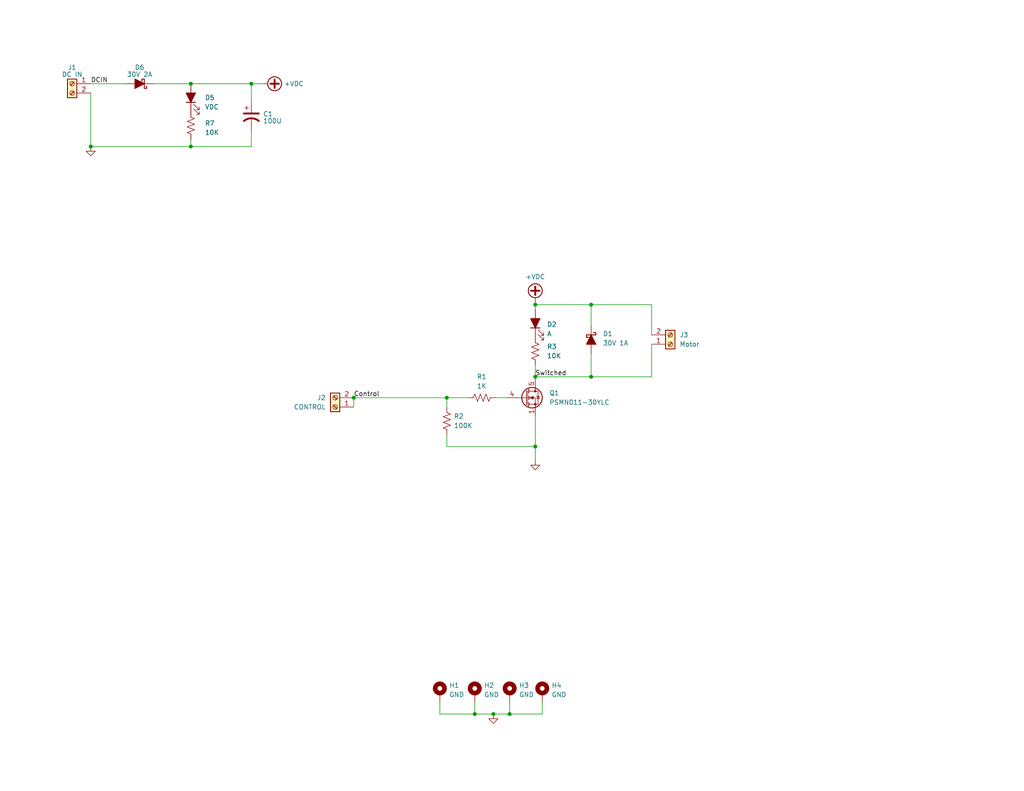
<source format=kicad_sch>
(kicad_sch (version 20211123) (generator eeschema)
  (paper "USLetter")
  (title_block (title "Solenoid Driver") (date "2022-07-22") (rev "v0") (company "Winterbloom") (comment 1 "Alethea Flowers") (comment 2 "CERN-OHL-P V2"))
  (lib_symbols
    (symbol "Connector:Screw_Terminal_01x02" (pin_names (offset 1.016) hide)
      (property "Reference" "J" (at 0 2.54 0))
      (property "Value" "Screw_Terminal_01x02" (at 0 -5.08 0))
      (symbol "Screw_Terminal_01x02_1_1"
        (rectangle (start -1.27 1.27) (end 1.27 -3.81) (stroke (width 0.254)) (fill (type background)))
        (circle (center 0 -2.54) (radius 0.635) (stroke (width 0.1524)))
        (polyline (pts (xy -0.5334 -2.2098) (xy 0.3302 -3.048)) (stroke (width 0.1524)))
        (polyline (pts (xy -0.5334 0.3302) (xy 0.3302 -0.508)) (stroke (width 0.1524)))
        (polyline (pts (xy -0.3556 -2.032) (xy 0.508 -2.8702)) (stroke (width 0.1524)))
        (polyline (pts (xy -0.3556 0.508) (xy 0.508 -0.3302)) (stroke (width 0.1524)))
        (circle (center 0 0) (radius 0.635) (stroke (width 0.1524)))
        (pin passive line (at -5.08 0 0) (length 3.81) (name "Pin_1") (number "1"))
        (pin passive line (at -5.08 -2.54 0) (length 3.81) (name "Pin_2") (number "2"))
      )
    )
    (symbol "Device:C_Polarized_US" (pin_numbers hide) (pin_names (offset 0.254) hide)
      (property "Reference" "C" (at 0.635 2.54 0))
      (property "Value" "C_Polarized_US" (at 0.635 -2.54 0))
      (symbol "C_Polarized_US_0_1"
        (polyline (pts (xy -2.032 0.762) (xy 2.032 0.762)) (stroke (width 0.508)))
        (polyline (pts (xy -1.778 2.286) (xy -0.762 2.286)))
        (polyline (pts (xy -1.27 1.778) (xy -1.27 2.794)))
        (arc (start 2.032 -1.27) (mid 0 -0.5572) (end -2.032 -1.27) (stroke (width 0.508)))
      )
      (symbol "C_Polarized_US_1_1"
        (pin passive line (at 0 3.81 270) (length 2.794) (name "~") (number "1"))
        (pin passive line (at 0 -3.81 90) (length 3.302) (name "~") (number "2"))
      )
    )
    (symbol "Device:D_Schottky_Filled" (pin_numbers hide) (pin_names (offset 1.016) hide)
      (property "Reference" "D" (at 0 2.54 0))
      (property "Value" "D_Schottky_Filled" (at 0 -2.54 0))
      (symbol "D_Schottky_Filled_0_1"
        (polyline (pts (xy 1.27 0) (xy -1.27 0)))
        (polyline (pts (xy 1.27 1.27) (xy 1.27 -1.27) (xy -1.27 0) (xy 1.27 1.27)) (stroke (width 0.254)) (fill (type outline)))
        (polyline (pts (xy -1.905 0.635) (xy -1.905 1.27) (xy -1.27 1.27) (xy -1.27 -1.27) (xy -0.635 -1.27) (xy -0.635 -0.635)) (stroke (width 0.254)))
      )
      (symbol "D_Schottky_Filled_1_1"
        (pin passive line (at -3.81 0 0) (length 2.54) (name "K") (number "1"))
        (pin passive line (at 3.81 0 180) (length 2.54) (name "A") (number "2"))
      )
    )
    (symbol "Device:LED_Filled" (pin_numbers hide) (pin_names (offset 1.016) hide)
      (property "Reference" "D" (at 0 2.54 0))
      (property "Value" "LED_Filled" (at 0 -2.54 0))
      (symbol "LED_Filled_0_1"
        (polyline (pts (xy -1.27 -1.27) (xy -1.27 1.27)) (stroke (width 0.254)))
        (polyline (pts (xy -1.27 0) (xy 1.27 0)))
        (polyline (pts (xy 1.27 -1.27) (xy 1.27 1.27) (xy -1.27 0) (xy 1.27 -1.27)) (stroke (width 0.254)) (fill (type outline)))
        (polyline (pts (xy -3.048 -0.762) (xy -4.572 -2.286) (xy -3.81 -2.286) (xy -4.572 -2.286) (xy -4.572 -1.524)))
        (polyline (pts (xy -1.778 -0.762) (xy -3.302 -2.286) (xy -2.54 -2.286) (xy -3.302 -2.286) (xy -3.302 -1.524)))
      )
      (symbol "LED_Filled_1_1"
        (pin passive line (at -3.81 0 0) (length 2.54) (name "K") (number "1"))
        (pin passive line (at 3.81 0 180) (length 2.54) (name "A") (number "2"))
      )
    )
    (symbol "Device:R_US" (pin_numbers hide) (pin_names (offset 0))
      (property "Reference" "R" (at 2.54 0 90))
      (property "Value" "R_US" (at -2.54 0 90))
      (symbol "R_US_0_1"
        (polyline (pts (xy 0 -2.286) (xy 0 -2.54)))
        (polyline (pts (xy 0 2.286) (xy 0 2.54)))
        (polyline (pts (xy 0 -0.762) (xy 1.016 -1.143) (xy 0 -1.524) (xy -1.016 -1.905) (xy 0 -2.286)))
        (polyline (pts (xy 0 0.762) (xy 1.016 0.381) (xy 0 0) (xy -1.016 -0.381) (xy 0 -0.762)))
        (polyline (pts (xy 0 2.286) (xy 1.016 1.905) (xy 0 1.524) (xy -1.016 1.143) (xy 0 0.762)))
      )
      (symbol "R_US_1_1"
        (pin passive line (at 0 3.81 270) (length 1.27) (name "~") (number "1"))
        (pin passive line (at 0 -3.81 90) (length 1.27) (name "~") (number "2"))
      )
    )
    (symbol "Mechanical:MountingHole_Pad" (pin_numbers hide) (pin_names (offset 1.016) hide)
      (property "Reference" "H" (at 0 6.35 0))
      (property "Value" "MountingHole_Pad" (at 0 4.445 0))
      (symbol "MountingHole_Pad_0_1"
        (circle (center 0 1.27) (radius 1.27) (stroke (width 1.27)))
      )
      (symbol "MountingHole_Pad_1_1"
        (pin input line (at 0 -2.54 90) (length 2.54) (name "1") (number "1"))
      )
    )
    (symbol "Transistor_FET:PSMN5R2-60YL" (pin_names hide)
      (property "Reference" "Q" (at 6.35 2.54 0))
      (property "Value" "PSMN5R2-60YL" (at 12.7 0 0))
      (symbol "PSMN5R2-60YL_0_1"
        (polyline (pts (xy 0.254 0) (xy -2.54 0)))
        (polyline (pts (xy 0.254 1.905) (xy 0.254 -1.905)) (stroke (width 0.254)))
        (polyline (pts (xy 0.762 -1.27) (xy 0.762 -2.286)) (stroke (width 0.254)))
        (polyline (pts (xy 0.762 0.508) (xy 0.762 -0.508)) (stroke (width 0.254)))
        (polyline (pts (xy 0.762 2.286) (xy 0.762 1.27)) (stroke (width 0.254)))
        (polyline (pts (xy 2.54 2.54) (xy 2.54 1.778)))
        (polyline (pts (xy 2.54 -2.54) (xy 2.54 0) (xy 0.762 0)))
        (polyline (pts (xy 0.762 -1.778) (xy 3.302 -1.778) (xy 3.302 1.778) (xy 0.762 1.778)))
        (polyline (pts (xy 1.016 0) (xy 2.032 0.381) (xy 2.032 -0.381) (xy 1.016 0)) (fill (type outline)))
        (polyline (pts (xy 2.794 0.508) (xy 2.921 0.381) (xy 3.683 0.381) (xy 3.81 0.254)))
        (polyline (pts (xy 3.302 0.381) (xy 2.921 -0.254) (xy 3.683 -0.254) (xy 3.302 0.381)))
        (circle (center 1.651 0) (radius 2.794) (stroke (width 0.254)))
        (circle (center 2.54 -1.778) (radius 0.254) (fill (type outline)))
        (circle (center 2.54 1.778) (radius 0.254) (fill (type outline)))
      )
      (symbol "PSMN5R2-60YL_1_1"
        (pin passive line (at 2.54 -5.08 90) (length 2.54) (name "S") (number "1"))
        (pin passive line (at 2.54 -5.08 90) (length 2.54) hide (name "S") (number "2"))
        (pin passive line (at 2.54 -5.08 90) (length 2.54) hide (name "S") (number "3"))
        (pin passive line (at -5.08 0 0) (length 2.54) (name "G") (number "4"))
        (pin passive line (at 2.54 5.08 270) (length 2.54) (name "D") (number "5"))
      )
    )
    (symbol "power:+VDC" (power) (pin_names (offset 0))
      (property "Value" "+VDC" (at 0 6.35 0))
      (symbol "+VDC_0_1"
        (polyline (pts (xy -1.143 3.175) (xy 1.143 3.175)) (stroke (width 0.508)))
        (polyline (pts (xy 0 0) (xy 0 1.27)))
        (polyline (pts (xy 0 2.032) (xy 0 4.318)) (stroke (width 0.508)))
        (circle (center 0 3.175) (radius 1.905) (stroke (width 0.254)))
      )
      (symbol "+VDC_1_1"
        (pin power_in line (at 0 0 90) (length 0) hide (name "+VDC") (number "1"))
      )
    )
    (symbol "power:GND" (power) (pin_names (offset 0))
      (property "Value" "GND" (at 0 -3.81 0))
      (symbol "GND_0_1"
        (polyline (pts (xy 0 0) (xy 0 -1.27) (xy 1.27 -1.27) (xy 0 -2.54) (xy -1.27 -1.27) (xy 0 -1.27)))
      )
      (symbol "GND_1_1"
        (pin power_in line (at 0 0 270) (length 0) hide (name "GND") (number "1"))
      )
    )
  )
  (junction (at 139.065 194.945))
  (junction (at 121.92 108.585))
  (junction (at 146.05 83.185))
  (junction (at 129.54 194.945))
  (junction (at 52.07 40.005))
  (junction (at 146.05 121.92))
  (junction (at 68.58 22.86))
  (junction (at 146.05 102.87))
  (junction (at 134.62 194.945))
  (junction (at 161.29 83.185))
  (junction (at 161.29 102.87))
  (junction (at 96.52 108.585))
  (junction (at 52.07 22.86))
  (junction (at 24.765 40.005))
  (wire (pts (xy 129.54 191.77) (xy 129.54 194.945)))
  (wire (pts (xy 146.05 102.87) (xy 146.05 103.505)))
  (wire (pts (xy 24.765 40.005) (xy 24.765 25.4)))
  (wire (pts (xy 24.765 22.86) (xy 34.29 22.86)))
  (wire (pts (xy 71.755 22.86) (xy 68.58 22.86)))
  (wire (pts (xy 24.765 40.005) (xy 52.07 40.005)))
  (wire (pts (xy 146.05 113.665) (xy 146.05 121.92)))
  (wire (pts (xy 52.07 38.1) (xy 52.07 40.005)))
  (wire (pts (xy 177.8 83.185) (xy 177.8 91.44)))
  (wire (pts (xy 135.255 108.585) (xy 138.43 108.585)))
  (wire (pts (xy 121.92 108.585) (xy 127.635 108.585)))
  (wire (pts (xy 146.05 102.87) (xy 161.29 102.87)))
  (wire (pts (xy 41.91 22.86) (xy 52.07 22.86)))
  (wire (pts (xy 161.29 83.185) (xy 177.8 83.185)))
  (wire (pts (xy 121.92 108.585) (xy 121.92 111.125)))
  (wire (pts (xy 146.05 82.55) (xy 146.05 83.185)))
  (wire (pts (xy 68.58 40.005) (xy 52.07 40.005)))
  (wire (pts (xy 134.62 194.945) (xy 139.065 194.945)))
  (wire (pts (xy 68.58 22.86) (xy 52.07 22.86)))
  (wire (pts (xy 161.29 102.87) (xy 177.8 102.87)))
  (wire (pts (xy 177.8 93.98) (xy 177.8 102.87)))
  (wire (pts (xy 68.58 35.56) (xy 68.58 40.005)))
  (wire (pts (xy 146.05 83.185) (xy 146.05 84.455)))
  (wire (pts (xy 147.955 194.945) (xy 147.955 191.77)))
  (wire (pts (xy 146.05 99.695) (xy 146.05 102.87)))
  (wire (pts (xy 96.52 108.585) (xy 121.92 108.585)))
  (wire (pts (xy 146.05 83.185) (xy 161.29 83.185)))
  (wire (pts (xy 129.54 194.945) (xy 120.015 194.945)))
  (wire (pts (xy 139.065 191.77) (xy 139.065 194.945)))
  (wire (pts (xy 139.065 194.945) (xy 147.955 194.945)))
  (wire (pts (xy 68.58 27.94) (xy 68.58 22.86)))
  (wire (pts (xy 161.29 83.185) (xy 161.29 88.9)))
  (wire (pts (xy 121.92 118.745) (xy 121.92 121.92)))
  (wire (pts (xy 121.92 121.92) (xy 146.05 121.92)))
  (wire (pts (xy 120.015 194.945) (xy 120.015 191.77)))
  (wire (pts (xy 96.52 108.585) (xy 96.52 111.125)))
  (wire (pts (xy 146.05 121.92) (xy 146.05 125.73)))
  (wire (pts (xy 161.29 96.52) (xy 161.29 102.87)))
  (wire (pts (xy 134.62 194.945) (xy 129.54 194.945)))
  (label "DCIN" (at 24.765 22.86 0))
  (label "Control" (at 96.52 108.585 0))
  (label "Switched" (at 146.05 102.87 0))
  (symbol (lib_id "Device:C_Polarized_US") (at 68.58 31.75 0) (unit 1)
    (property "Reference" "C1" (at 71.755 31.115 0) (effects (justify left)))
    (property "Value" "100U" (at 71.755 33.02 0) (effects (justify left)))
    (property "Footprint" "Capacitor_SMD:C_1210_3225Metric_Pad1.33x2.70mm_HandSolder" (effects hide))
  )
  (symbol (lib_id "Mechanical:MountingHole_Pad") (at 147.955 189.23 0) (unit 1)
    (property "Reference" "H4" (at 150.495 187.1253 0) (effects (justify left)))
    (property "Value" "GND" (at 150.495 189.6622 0) (effects (justify left)))
    (property "Footprint" "MountingHole:MountingHole_3mm_Pad" (effects hide))
  )
  (symbol (lib_id "Mechanical:MountingHole_Pad") (at 139.065 189.23 0) (unit 1)
    (property "Reference" "H3" (at 141.605 187.1253 0) (effects (justify left)))
    (property "Value" "GND" (at 141.605 189.6622 0) (effects (justify left)))
    (property "Footprint" "MountingHole:MountingHole_3mm_Pad" (effects hide))
  )
  (symbol (lib_id "Device:R_US") (at 146.05 95.885 0) (unit 1)
    (property "Reference" "R3" (at 149.225 94.615 0) (effects (justify left)))
    (property "Value" "10K" (at 149.225 97.155 0) (effects (justify left)))
    (property "Footprint" "Resistor_SMD:R_0603_1608Metric_Pad0.98x0.95mm_HandSolder" (effects hide))
    (property "mpn" "AC0603FR-075K1L" (effects hide))
  )
  (symbol (lib_id "Device:R_US") (at 52.07 34.29 0) (unit 1)
    (property "Reference" "R7" (at 55.88 33.655 0) (effects (justify left)))
    (property "Value" "10K" (at 55.88 36.195 0) (effects (justify left)))
    (property "Footprint" "Resistor_SMD:R_0603_1608Metric_Pad0.98x0.95mm_HandSolder" (effects hide))
    (property "mpn" "AC0603FR-075K1L" (effects hide))
  )
  (symbol (lib_id "Mechanical:MountingHole_Pad") (at 129.54 189.23 0) (unit 1)
    (property "Reference" "H2" (at 132.08 187.1253 0) (effects (justify left)))
    (property "Value" "GND" (at 132.08 189.6622 0) (effects (justify left)))
    (property "Footprint" "MountingHole:MountingHole_3mm_Pad" (effects hide))
  )
  (symbol (lib_id "power:+VDC") (at 146.05 82.55 0) (unit 1)
    (property "Reference" "#PWR0101" (effects hide))
    (property "Value" "+VDC" (at 146.05 75.565 0))
  )
  (symbol (lib_id "Device:D_Schottky_Filled") (at 161.29 92.71 270) (unit 1)
    (property "Reference" "D1" (at 164.465 91.1224 90) (effects (justify left)))
    (property "Value" "30V 1A" (at 164.465 93.6624 90) (effects (justify left)))
    (property "Footprint" "Diode_SMD:D_SOD-128" (effects hide))
    (property "Datasheet" "https://www.digikey.com/en/products/detail/nexperia-usa-inc/PMEG3030EP-115/2228693" (effects hide))
  )
  (symbol (lib_id "Device:LED_Filled") (at 52.07 26.67 90) (unit 1)
    (property "Reference" "D5" (at 55.88 26.67 90) (effects (justify right)))
    (property "Value" "VDC" (at 55.88 29.21 90) (effects (justify right)))
    (property "Footprint" "winterbloom:LED_0805_Kingbright_APT2012" (effects hide))
    (property "mpn" "APT2012EC" (effects hide))
  )
  (symbol (lib_id "Transistor_FET:PSMN5R2-60YL") (at 143.51 108.585 0) (unit 1)
    (property "Reference" "Q1" (at 149.86 107.3149 0) (effects (justify left)))
    (property "Value" "PSMN011-30YLC" (at 149.86 109.8549 0) (effects (justify left)))
    (property "Footprint" "Package_TO_SOT_SMD:LFPAK56" (effects hide))
    (property "Datasheet" "https://assets.nexperia.com/documents/data-sheet/PSMN011-30YLC.pdf" (effects hide))
  )
  (symbol (lib_id "power:+VDC") (at 71.755 22.86 270) (unit 1)
    (property "Reference" "#PWR01" (effects hide))
    (property "Value" "+VDC" (at 77.47 22.86 90) (effects (justify left)))
  )
  (symbol (lib_id "Connector:Screw_Terminal_01x02") (at 19.685 22.86 0) (mirror y) (unit 1)
    (property "Reference" "J1" (at 19.685 18.415 0))
    (property "Value" "DC IN" (at 19.685 20.32 0))
    (property "Footprint" "winterbloom:TerminalBlock_4UCON_1x02_P3.50mm_Horizontal" (effects hide))
  )
  (symbol (lib_id "Mechanical:MountingHole_Pad") (at 120.015 189.23 0) (unit 1)
    (property "Reference" "H1" (at 122.555 187.1253 0) (effects (justify left)))
    (property "Value" "GND" (at 122.555 189.6622 0) (effects (justify left)))
    (property "Footprint" "MountingHole:MountingHole_3mm_Pad" (effects hide))
  )
  (symbol (lib_id "Connector:Screw_Terminal_01x02") (at 91.44 111.125 180) (unit 1)
    (property "Reference" "J2" (at 88.9 108.585 0) (effects (justify left)))
    (property "Value" "CONTROL" (at 88.9 111.125 0) (effects (justify left)))
    (property "Footprint" "winterbloom:TerminalBlock_4UCON_1x02_P3.50mm_Horizontal" (effects hide))
  )
  (symbol (lib_id "power:GND") (at 24.765 40.005 0) (unit 1)
    (property "Reference" "#PWR02" (effects hide))
    (property "Value" "GND" (effects hide))
  )
  (symbol (lib_id "Device:R_US") (at 121.92 114.935 0) (unit 1)
    (property "Reference" "R2" (at 123.825 113.6649 0) (effects (justify left)))
    (property "Value" "100K" (at 123.825 116.2049 0) (effects (justify left)))
    (property "Footprint" "Resistor_SMD:R_0603_1608Metric_Pad0.98x0.95mm_HandSolder" (effects hide))
  )
  (symbol (lib_id "Device:D_Schottky_Filled") (at 38.1 22.86 180) (unit 1)
    (property "Reference" "D6" (at 38.1 18.415 0))
    (property "Value" "30V 2A" (at 38.1 20.32 0))
    (property "Footprint" "Diode_SMD:D_SOD-128" (effects hide))
    (property "Datasheet" "https://www.digikey.com/en/products/detail/nexperia-usa-inc/PMEG3030EP-115/2228693" (effects hide))
  )
  (symbol (lib_id "power:GND") (at 134.62 194.945 0) (unit 1)
    (property "Reference" "#PWR012" (effects hide))
    (property "Value" "GND" (effects hide))
  )
  (symbol (lib_id "Connector:Screw_Terminal_01x02") (at 182.88 93.98 0) (mirror x) (unit 1)
    (property "Reference" "J3" (at 185.42 91.44 0) (effects (justify left)))
    (property "Value" "Motor" (at 185.42 93.98 0) (effects (justify left)))
    (property "Footprint" "winterbloom:TerminalBlock_4UCON_1x02_P3.50mm_Horizontal" (effects hide))
  )
  (symbol (lib_id "Device:R_US") (at 131.445 108.585 90) (unit 1)
    (property "Reference" "R1" (at 131.445 102.87 90))
    (property "Value" "1K" (at 131.445 105.41 90))
    (property "Footprint" "Resistor_SMD:R_0603_1608Metric_Pad0.98x0.95mm_HandSolder" (effects hide))
  )
  (symbol (lib_id "Device:LED_Filled") (at 146.05 88.265 90) (unit 1)
    (property "Reference" "D2" (at 149.225 88.5824 90) (effects (justify right)))
    (property "Value" "A" (at 149.225 91.1224 90) (effects (justify right)))
    (property "Footprint" "winterbloom:LED_0805_Kingbright_APT2012" (effects hide))
    (property "mpn" "APT2012EC" (effects hide))
  )
  (symbol (lib_id "power:GND") (at 146.05 125.73 0) (unit 1)
    (property "Reference" "#PWR0104" (effects hide))
    (property "Value" "GND" (effects hide))
  )
)
</source>
